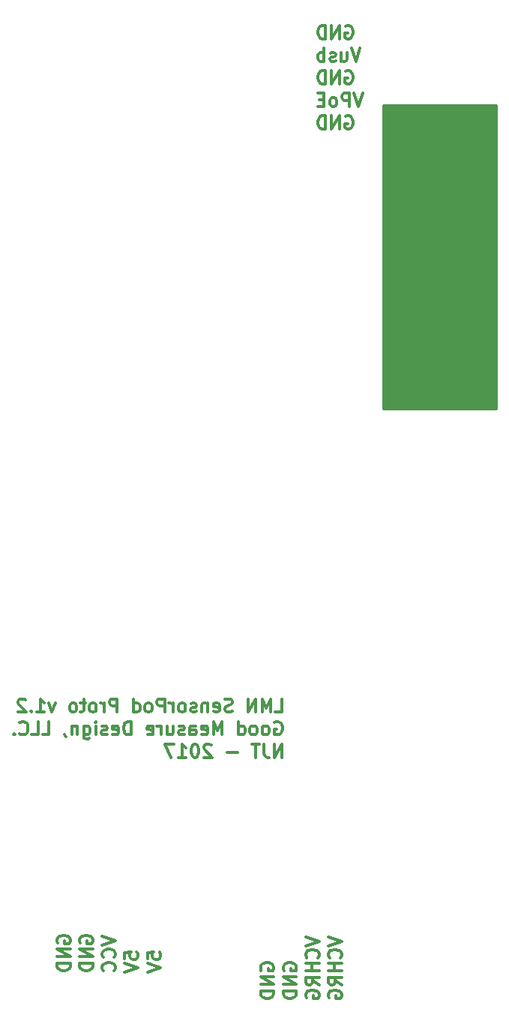
<source format=gbo>
G04 #@! TF.FileFunction,Legend,Bot*
%FSLAX46Y46*%
G04 Gerber Fmt 4.6, Leading zero omitted, Abs format (unit mm)*
G04 Created by KiCad (PCBNEW 4.0.6) date 10/30/17 03:38:26*
%MOMM*%
%LPD*%
G01*
G04 APERTURE LIST*
%ADD10C,0.100000*%
%ADD11C,0.300000*%
%ADD12C,0.254000*%
%ADD13R,1.700000X1.700000*%
%ADD14O,1.700000X1.700000*%
%ADD15C,1.400000*%
%ADD16O,1.400000X1.400000*%
%ADD17R,1.600000X1.600000*%
%ADD18O,1.600000X1.600000*%
%ADD19R,1.727200X2.032000*%
%ADD20O,1.727200X2.032000*%
%ADD21C,3.000000*%
%ADD22C,1.700000*%
%ADD23C,4.000000*%
%ADD24C,1.050000*%
%ADD25C,1.300000*%
%ADD26C,1.020000*%
%ADD27C,3.200000*%
%ADD28C,1.600000*%
G04 APERTURE END LIST*
D10*
D11*
X38335000Y8218572D02*
X38263571Y8361429D01*
X38263571Y8575715D01*
X38335000Y8790000D01*
X38477857Y8932858D01*
X38620714Y9004286D01*
X38906429Y9075715D01*
X39120714Y9075715D01*
X39406429Y9004286D01*
X39549286Y8932858D01*
X39692143Y8790000D01*
X39763571Y8575715D01*
X39763571Y8432858D01*
X39692143Y8218572D01*
X39620714Y8147143D01*
X39120714Y8147143D01*
X39120714Y8432858D01*
X39763571Y7504286D02*
X38263571Y7504286D01*
X39763571Y6647143D01*
X38263571Y6647143D01*
X39763571Y5932857D02*
X38263571Y5932857D01*
X38263571Y5575714D01*
X38335000Y5361429D01*
X38477857Y5218571D01*
X38620714Y5147143D01*
X38906429Y5075714D01*
X39120714Y5075714D01*
X39406429Y5147143D01*
X39549286Y5218571D01*
X39692143Y5361429D01*
X39763571Y5575714D01*
X39763571Y5932857D01*
X40885000Y8218572D02*
X40813571Y8361429D01*
X40813571Y8575715D01*
X40885000Y8790000D01*
X41027857Y8932858D01*
X41170714Y9004286D01*
X41456429Y9075715D01*
X41670714Y9075715D01*
X41956429Y9004286D01*
X42099286Y8932858D01*
X42242143Y8790000D01*
X42313571Y8575715D01*
X42313571Y8432858D01*
X42242143Y8218572D01*
X42170714Y8147143D01*
X41670714Y8147143D01*
X41670714Y8432858D01*
X42313571Y7504286D02*
X40813571Y7504286D01*
X42313571Y6647143D01*
X40813571Y6647143D01*
X42313571Y5932857D02*
X40813571Y5932857D01*
X40813571Y5575714D01*
X40885000Y5361429D01*
X41027857Y5218571D01*
X41170714Y5147143D01*
X41456429Y5075714D01*
X41670714Y5075714D01*
X41956429Y5147143D01*
X42099286Y5218571D01*
X42242143Y5361429D01*
X42313571Y5575714D01*
X42313571Y5932857D01*
X43363571Y12004286D02*
X44863571Y11504286D01*
X43363571Y11004286D01*
X44720714Y9647143D02*
X44792143Y9718572D01*
X44863571Y9932858D01*
X44863571Y10075715D01*
X44792143Y10290000D01*
X44649286Y10432858D01*
X44506429Y10504286D01*
X44220714Y10575715D01*
X44006429Y10575715D01*
X43720714Y10504286D01*
X43577857Y10432858D01*
X43435000Y10290000D01*
X43363571Y10075715D01*
X43363571Y9932858D01*
X43435000Y9718572D01*
X43506429Y9647143D01*
X44863571Y9004286D02*
X43363571Y9004286D01*
X44077857Y9004286D02*
X44077857Y8147143D01*
X44863571Y8147143D02*
X43363571Y8147143D01*
X44863571Y6575714D02*
X44149286Y7075714D01*
X44863571Y7432857D02*
X43363571Y7432857D01*
X43363571Y6861429D01*
X43435000Y6718571D01*
X43506429Y6647143D01*
X43649286Y6575714D01*
X43863571Y6575714D01*
X44006429Y6647143D01*
X44077857Y6718571D01*
X44149286Y6861429D01*
X44149286Y7432857D01*
X43435000Y5147143D02*
X43363571Y5290000D01*
X43363571Y5504286D01*
X43435000Y5718571D01*
X43577857Y5861429D01*
X43720714Y5932857D01*
X44006429Y6004286D01*
X44220714Y6004286D01*
X44506429Y5932857D01*
X44649286Y5861429D01*
X44792143Y5718571D01*
X44863571Y5504286D01*
X44863571Y5361429D01*
X44792143Y5147143D01*
X44720714Y5075714D01*
X44220714Y5075714D01*
X44220714Y5361429D01*
X45913571Y12004286D02*
X47413571Y11504286D01*
X45913571Y11004286D01*
X47270714Y9647143D02*
X47342143Y9718572D01*
X47413571Y9932858D01*
X47413571Y10075715D01*
X47342143Y10290000D01*
X47199286Y10432858D01*
X47056429Y10504286D01*
X46770714Y10575715D01*
X46556429Y10575715D01*
X46270714Y10504286D01*
X46127857Y10432858D01*
X45985000Y10290000D01*
X45913571Y10075715D01*
X45913571Y9932858D01*
X45985000Y9718572D01*
X46056429Y9647143D01*
X47413571Y9004286D02*
X45913571Y9004286D01*
X46627857Y9004286D02*
X46627857Y8147143D01*
X47413571Y8147143D02*
X45913571Y8147143D01*
X47413571Y6575714D02*
X46699286Y7075714D01*
X47413571Y7432857D02*
X45913571Y7432857D01*
X45913571Y6861429D01*
X45985000Y6718571D01*
X46056429Y6647143D01*
X46199286Y6575714D01*
X46413571Y6575714D01*
X46556429Y6647143D01*
X46627857Y6718571D01*
X46699286Y6861429D01*
X46699286Y7432857D01*
X45985000Y5147143D02*
X45913571Y5290000D01*
X45913571Y5504286D01*
X45985000Y5718571D01*
X46127857Y5861429D01*
X46270714Y5932857D01*
X46556429Y6004286D01*
X46770714Y6004286D01*
X47056429Y5932857D01*
X47199286Y5861429D01*
X47342143Y5718571D01*
X47413571Y5504286D01*
X47413571Y5361429D01*
X47342143Y5147143D01*
X47270714Y5075714D01*
X46770714Y5075714D01*
X46770714Y5361429D01*
X47868572Y114800000D02*
X48011429Y114871429D01*
X48225715Y114871429D01*
X48440000Y114800000D01*
X48582858Y114657143D01*
X48654286Y114514286D01*
X48725715Y114228571D01*
X48725715Y114014286D01*
X48654286Y113728571D01*
X48582858Y113585714D01*
X48440000Y113442857D01*
X48225715Y113371429D01*
X48082858Y113371429D01*
X47868572Y113442857D01*
X47797143Y113514286D01*
X47797143Y114014286D01*
X48082858Y114014286D01*
X47154286Y113371429D02*
X47154286Y114871429D01*
X46297143Y113371429D01*
X46297143Y114871429D01*
X45582857Y113371429D02*
X45582857Y114871429D01*
X45225714Y114871429D01*
X45011429Y114800000D01*
X44868571Y114657143D01*
X44797143Y114514286D01*
X44725714Y114228571D01*
X44725714Y114014286D01*
X44797143Y113728571D01*
X44868571Y113585714D01*
X45011429Y113442857D01*
X45225714Y113371429D01*
X45582857Y113371429D01*
X49511429Y112321429D02*
X49011429Y110821429D01*
X48511429Y112321429D01*
X47368572Y111821429D02*
X47368572Y110821429D01*
X48011429Y111821429D02*
X48011429Y111035714D01*
X47940001Y110892857D01*
X47797143Y110821429D01*
X47582858Y110821429D01*
X47440001Y110892857D01*
X47368572Y110964286D01*
X46725715Y110892857D02*
X46582858Y110821429D01*
X46297143Y110821429D01*
X46154286Y110892857D01*
X46082858Y111035714D01*
X46082858Y111107143D01*
X46154286Y111250000D01*
X46297143Y111321429D01*
X46511429Y111321429D01*
X46654286Y111392857D01*
X46725715Y111535714D01*
X46725715Y111607143D01*
X46654286Y111750000D01*
X46511429Y111821429D01*
X46297143Y111821429D01*
X46154286Y111750000D01*
X45440000Y110821429D02*
X45440000Y112321429D01*
X45440000Y111750000D02*
X45297143Y111821429D01*
X45011429Y111821429D01*
X44868572Y111750000D01*
X44797143Y111678571D01*
X44725714Y111535714D01*
X44725714Y111107143D01*
X44797143Y110964286D01*
X44868572Y110892857D01*
X45011429Y110821429D01*
X45297143Y110821429D01*
X45440000Y110892857D01*
X47868572Y109700000D02*
X48011429Y109771429D01*
X48225715Y109771429D01*
X48440000Y109700000D01*
X48582858Y109557143D01*
X48654286Y109414286D01*
X48725715Y109128571D01*
X48725715Y108914286D01*
X48654286Y108628571D01*
X48582858Y108485714D01*
X48440000Y108342857D01*
X48225715Y108271429D01*
X48082858Y108271429D01*
X47868572Y108342857D01*
X47797143Y108414286D01*
X47797143Y108914286D01*
X48082858Y108914286D01*
X47154286Y108271429D02*
X47154286Y109771429D01*
X46297143Y108271429D01*
X46297143Y109771429D01*
X45582857Y108271429D02*
X45582857Y109771429D01*
X45225714Y109771429D01*
X45011429Y109700000D01*
X44868571Y109557143D01*
X44797143Y109414286D01*
X44725714Y109128571D01*
X44725714Y108914286D01*
X44797143Y108628571D01*
X44868571Y108485714D01*
X45011429Y108342857D01*
X45225714Y108271429D01*
X45582857Y108271429D01*
X49797143Y107221429D02*
X49297143Y105721429D01*
X48797143Y107221429D01*
X48297143Y105721429D02*
X48297143Y107221429D01*
X47725715Y107221429D01*
X47582857Y107150000D01*
X47511429Y107078571D01*
X47440000Y106935714D01*
X47440000Y106721429D01*
X47511429Y106578571D01*
X47582857Y106507143D01*
X47725715Y106435714D01*
X48297143Y106435714D01*
X46582857Y105721429D02*
X46725715Y105792857D01*
X46797143Y105864286D01*
X46868572Y106007143D01*
X46868572Y106435714D01*
X46797143Y106578571D01*
X46725715Y106650000D01*
X46582857Y106721429D01*
X46368572Y106721429D01*
X46225715Y106650000D01*
X46154286Y106578571D01*
X46082857Y106435714D01*
X46082857Y106007143D01*
X46154286Y105864286D01*
X46225715Y105792857D01*
X46368572Y105721429D01*
X46582857Y105721429D01*
X45440000Y106507143D02*
X44940000Y106507143D01*
X44725714Y105721429D02*
X45440000Y105721429D01*
X45440000Y107221429D01*
X44725714Y107221429D01*
X47868572Y104600000D02*
X48011429Y104671429D01*
X48225715Y104671429D01*
X48440000Y104600000D01*
X48582858Y104457143D01*
X48654286Y104314286D01*
X48725715Y104028571D01*
X48725715Y103814286D01*
X48654286Y103528571D01*
X48582858Y103385714D01*
X48440000Y103242857D01*
X48225715Y103171429D01*
X48082858Y103171429D01*
X47868572Y103242857D01*
X47797143Y103314286D01*
X47797143Y103814286D01*
X48082858Y103814286D01*
X47154286Y103171429D02*
X47154286Y104671429D01*
X46297143Y103171429D01*
X46297143Y104671429D01*
X45582857Y103171429D02*
X45582857Y104671429D01*
X45225714Y104671429D01*
X45011429Y104600000D01*
X44868571Y104457143D01*
X44797143Y104314286D01*
X44725714Y104028571D01*
X44725714Y103814286D01*
X44797143Y103528571D01*
X44868571Y103385714D01*
X45011429Y103242857D01*
X45225714Y103171429D01*
X45582857Y103171429D01*
X15350000Y11328572D02*
X15278571Y11471429D01*
X15278571Y11685715D01*
X15350000Y11900000D01*
X15492857Y12042858D01*
X15635714Y12114286D01*
X15921429Y12185715D01*
X16135714Y12185715D01*
X16421429Y12114286D01*
X16564286Y12042858D01*
X16707143Y11900000D01*
X16778571Y11685715D01*
X16778571Y11542858D01*
X16707143Y11328572D01*
X16635714Y11257143D01*
X16135714Y11257143D01*
X16135714Y11542858D01*
X16778571Y10614286D02*
X15278571Y10614286D01*
X16778571Y9757143D01*
X15278571Y9757143D01*
X16778571Y9042857D02*
X15278571Y9042857D01*
X15278571Y8685714D01*
X15350000Y8471429D01*
X15492857Y8328571D01*
X15635714Y8257143D01*
X15921429Y8185714D01*
X16135714Y8185714D01*
X16421429Y8257143D01*
X16564286Y8328571D01*
X16707143Y8471429D01*
X16778571Y8685714D01*
X16778571Y9042857D01*
X17900000Y11328572D02*
X17828571Y11471429D01*
X17828571Y11685715D01*
X17900000Y11900000D01*
X18042857Y12042858D01*
X18185714Y12114286D01*
X18471429Y12185715D01*
X18685714Y12185715D01*
X18971429Y12114286D01*
X19114286Y12042858D01*
X19257143Y11900000D01*
X19328571Y11685715D01*
X19328571Y11542858D01*
X19257143Y11328572D01*
X19185714Y11257143D01*
X18685714Y11257143D01*
X18685714Y11542858D01*
X19328571Y10614286D02*
X17828571Y10614286D01*
X19328571Y9757143D01*
X17828571Y9757143D01*
X19328571Y9042857D02*
X17828571Y9042857D01*
X17828571Y8685714D01*
X17900000Y8471429D01*
X18042857Y8328571D01*
X18185714Y8257143D01*
X18471429Y8185714D01*
X18685714Y8185714D01*
X18971429Y8257143D01*
X19114286Y8328571D01*
X19257143Y8471429D01*
X19328571Y8685714D01*
X19328571Y9042857D01*
X20378571Y12042857D02*
X21878571Y11542857D01*
X20378571Y11042857D01*
X21735714Y9685714D02*
X21807143Y9757143D01*
X21878571Y9971429D01*
X21878571Y10114286D01*
X21807143Y10328571D01*
X21664286Y10471429D01*
X21521429Y10542857D01*
X21235714Y10614286D01*
X21021429Y10614286D01*
X20735714Y10542857D01*
X20592857Y10471429D01*
X20450000Y10328571D01*
X20378571Y10114286D01*
X20378571Y9971429D01*
X20450000Y9757143D01*
X20521429Y9685714D01*
X21735714Y8185714D02*
X21807143Y8257143D01*
X21878571Y8471429D01*
X21878571Y8614286D01*
X21807143Y8828571D01*
X21664286Y8971429D01*
X21521429Y9042857D01*
X21235714Y9114286D01*
X21021429Y9114286D01*
X20735714Y9042857D01*
X20592857Y8971429D01*
X20450000Y8828571D01*
X20378571Y8614286D01*
X20378571Y8471429D01*
X20450000Y8257143D01*
X20521429Y8185714D01*
X22928571Y9542856D02*
X22928571Y10257142D01*
X23642857Y10328571D01*
X23571429Y10257142D01*
X23500000Y10114285D01*
X23500000Y9757142D01*
X23571429Y9614285D01*
X23642857Y9542856D01*
X23785714Y9471428D01*
X24142857Y9471428D01*
X24285714Y9542856D01*
X24357143Y9614285D01*
X24428571Y9757142D01*
X24428571Y10114285D01*
X24357143Y10257142D01*
X24285714Y10328571D01*
X22928571Y9042857D02*
X24428571Y8542857D01*
X22928571Y8042857D01*
X25478571Y9542856D02*
X25478571Y10257142D01*
X26192857Y10328571D01*
X26121429Y10257142D01*
X26050000Y10114285D01*
X26050000Y9757142D01*
X26121429Y9614285D01*
X26192857Y9542856D01*
X26335714Y9471428D01*
X26692857Y9471428D01*
X26835714Y9542856D01*
X26907143Y9614285D01*
X26978571Y9757142D01*
X26978571Y10114285D01*
X26907143Y10257142D01*
X26835714Y10328571D01*
X25478571Y9042857D02*
X26978571Y8542857D01*
X25478571Y8042857D01*
X39928571Y37371429D02*
X40642857Y37371429D01*
X40642857Y38871429D01*
X39428571Y37371429D02*
X39428571Y38871429D01*
X38928571Y37800000D01*
X38428571Y38871429D01*
X38428571Y37371429D01*
X37714285Y37371429D02*
X37714285Y38871429D01*
X36857142Y37371429D01*
X36857142Y38871429D01*
X35071428Y37442857D02*
X34857142Y37371429D01*
X34499999Y37371429D01*
X34357142Y37442857D01*
X34285713Y37514286D01*
X34214285Y37657143D01*
X34214285Y37800000D01*
X34285713Y37942857D01*
X34357142Y38014286D01*
X34499999Y38085714D01*
X34785713Y38157143D01*
X34928571Y38228571D01*
X34999999Y38300000D01*
X35071428Y38442857D01*
X35071428Y38585714D01*
X34999999Y38728571D01*
X34928571Y38800000D01*
X34785713Y38871429D01*
X34428571Y38871429D01*
X34214285Y38800000D01*
X33000000Y37442857D02*
X33142857Y37371429D01*
X33428571Y37371429D01*
X33571428Y37442857D01*
X33642857Y37585714D01*
X33642857Y38157143D01*
X33571428Y38300000D01*
X33428571Y38371429D01*
X33142857Y38371429D01*
X33000000Y38300000D01*
X32928571Y38157143D01*
X32928571Y38014286D01*
X33642857Y37871429D01*
X32285714Y38371429D02*
X32285714Y37371429D01*
X32285714Y38228571D02*
X32214286Y38300000D01*
X32071428Y38371429D01*
X31857143Y38371429D01*
X31714286Y38300000D01*
X31642857Y38157143D01*
X31642857Y37371429D01*
X31000000Y37442857D02*
X30857143Y37371429D01*
X30571428Y37371429D01*
X30428571Y37442857D01*
X30357143Y37585714D01*
X30357143Y37657143D01*
X30428571Y37800000D01*
X30571428Y37871429D01*
X30785714Y37871429D01*
X30928571Y37942857D01*
X31000000Y38085714D01*
X31000000Y38157143D01*
X30928571Y38300000D01*
X30785714Y38371429D01*
X30571428Y38371429D01*
X30428571Y38300000D01*
X29499999Y37371429D02*
X29642857Y37442857D01*
X29714285Y37514286D01*
X29785714Y37657143D01*
X29785714Y38085714D01*
X29714285Y38228571D01*
X29642857Y38300000D01*
X29499999Y38371429D01*
X29285714Y38371429D01*
X29142857Y38300000D01*
X29071428Y38228571D01*
X28999999Y38085714D01*
X28999999Y37657143D01*
X29071428Y37514286D01*
X29142857Y37442857D01*
X29285714Y37371429D01*
X29499999Y37371429D01*
X28357142Y37371429D02*
X28357142Y38371429D01*
X28357142Y38085714D02*
X28285714Y38228571D01*
X28214285Y38300000D01*
X28071428Y38371429D01*
X27928571Y38371429D01*
X27428571Y37371429D02*
X27428571Y38871429D01*
X26857143Y38871429D01*
X26714285Y38800000D01*
X26642857Y38728571D01*
X26571428Y38585714D01*
X26571428Y38371429D01*
X26642857Y38228571D01*
X26714285Y38157143D01*
X26857143Y38085714D01*
X27428571Y38085714D01*
X25714285Y37371429D02*
X25857143Y37442857D01*
X25928571Y37514286D01*
X26000000Y37657143D01*
X26000000Y38085714D01*
X25928571Y38228571D01*
X25857143Y38300000D01*
X25714285Y38371429D01*
X25500000Y38371429D01*
X25357143Y38300000D01*
X25285714Y38228571D01*
X25214285Y38085714D01*
X25214285Y37657143D01*
X25285714Y37514286D01*
X25357143Y37442857D01*
X25500000Y37371429D01*
X25714285Y37371429D01*
X23928571Y37371429D02*
X23928571Y38871429D01*
X23928571Y37442857D02*
X24071428Y37371429D01*
X24357142Y37371429D01*
X24500000Y37442857D01*
X24571428Y37514286D01*
X24642857Y37657143D01*
X24642857Y38085714D01*
X24571428Y38228571D01*
X24500000Y38300000D01*
X24357142Y38371429D01*
X24071428Y38371429D01*
X23928571Y38300000D01*
X22071428Y37371429D02*
X22071428Y38871429D01*
X21500000Y38871429D01*
X21357142Y38800000D01*
X21285714Y38728571D01*
X21214285Y38585714D01*
X21214285Y38371429D01*
X21285714Y38228571D01*
X21357142Y38157143D01*
X21500000Y38085714D01*
X22071428Y38085714D01*
X20571428Y37371429D02*
X20571428Y38371429D01*
X20571428Y38085714D02*
X20500000Y38228571D01*
X20428571Y38300000D01*
X20285714Y38371429D01*
X20142857Y38371429D01*
X19428571Y37371429D02*
X19571429Y37442857D01*
X19642857Y37514286D01*
X19714286Y37657143D01*
X19714286Y38085714D01*
X19642857Y38228571D01*
X19571429Y38300000D01*
X19428571Y38371429D01*
X19214286Y38371429D01*
X19071429Y38300000D01*
X19000000Y38228571D01*
X18928571Y38085714D01*
X18928571Y37657143D01*
X19000000Y37514286D01*
X19071429Y37442857D01*
X19214286Y37371429D01*
X19428571Y37371429D01*
X18500000Y38371429D02*
X17928571Y38371429D01*
X18285714Y38871429D02*
X18285714Y37585714D01*
X18214286Y37442857D01*
X18071428Y37371429D01*
X17928571Y37371429D01*
X17214285Y37371429D02*
X17357143Y37442857D01*
X17428571Y37514286D01*
X17500000Y37657143D01*
X17500000Y38085714D01*
X17428571Y38228571D01*
X17357143Y38300000D01*
X17214285Y38371429D01*
X17000000Y38371429D01*
X16857143Y38300000D01*
X16785714Y38228571D01*
X16714285Y38085714D01*
X16714285Y37657143D01*
X16785714Y37514286D01*
X16857143Y37442857D01*
X17000000Y37371429D01*
X17214285Y37371429D01*
X15071428Y38371429D02*
X14714285Y37371429D01*
X14357143Y38371429D01*
X13000000Y37371429D02*
X13857143Y37371429D01*
X13428571Y37371429D02*
X13428571Y38871429D01*
X13571428Y38657143D01*
X13714286Y38514286D01*
X13857143Y38442857D01*
X12357143Y37514286D02*
X12285715Y37442857D01*
X12357143Y37371429D01*
X12428572Y37442857D01*
X12357143Y37514286D01*
X12357143Y37371429D01*
X11714286Y38728571D02*
X11642857Y38800000D01*
X11500000Y38871429D01*
X11142857Y38871429D01*
X11000000Y38800000D01*
X10928571Y38728571D01*
X10857143Y38585714D01*
X10857143Y38442857D01*
X10928571Y38228571D01*
X11785714Y37371429D01*
X10857143Y37371429D01*
X39857143Y36250000D02*
X40000000Y36321429D01*
X40214286Y36321429D01*
X40428571Y36250000D01*
X40571429Y36107143D01*
X40642857Y35964286D01*
X40714286Y35678571D01*
X40714286Y35464286D01*
X40642857Y35178571D01*
X40571429Y35035714D01*
X40428571Y34892857D01*
X40214286Y34821429D01*
X40071429Y34821429D01*
X39857143Y34892857D01*
X39785714Y34964286D01*
X39785714Y35464286D01*
X40071429Y35464286D01*
X38928571Y34821429D02*
X39071429Y34892857D01*
X39142857Y34964286D01*
X39214286Y35107143D01*
X39214286Y35535714D01*
X39142857Y35678571D01*
X39071429Y35750000D01*
X38928571Y35821429D01*
X38714286Y35821429D01*
X38571429Y35750000D01*
X38500000Y35678571D01*
X38428571Y35535714D01*
X38428571Y35107143D01*
X38500000Y34964286D01*
X38571429Y34892857D01*
X38714286Y34821429D01*
X38928571Y34821429D01*
X37571428Y34821429D02*
X37714286Y34892857D01*
X37785714Y34964286D01*
X37857143Y35107143D01*
X37857143Y35535714D01*
X37785714Y35678571D01*
X37714286Y35750000D01*
X37571428Y35821429D01*
X37357143Y35821429D01*
X37214286Y35750000D01*
X37142857Y35678571D01*
X37071428Y35535714D01*
X37071428Y35107143D01*
X37142857Y34964286D01*
X37214286Y34892857D01*
X37357143Y34821429D01*
X37571428Y34821429D01*
X35785714Y34821429D02*
X35785714Y36321429D01*
X35785714Y34892857D02*
X35928571Y34821429D01*
X36214285Y34821429D01*
X36357143Y34892857D01*
X36428571Y34964286D01*
X36500000Y35107143D01*
X36500000Y35535714D01*
X36428571Y35678571D01*
X36357143Y35750000D01*
X36214285Y35821429D01*
X35928571Y35821429D01*
X35785714Y35750000D01*
X33928571Y34821429D02*
X33928571Y36321429D01*
X33428571Y35250000D01*
X32928571Y36321429D01*
X32928571Y34821429D01*
X31642857Y34892857D02*
X31785714Y34821429D01*
X32071428Y34821429D01*
X32214285Y34892857D01*
X32285714Y35035714D01*
X32285714Y35607143D01*
X32214285Y35750000D01*
X32071428Y35821429D01*
X31785714Y35821429D01*
X31642857Y35750000D01*
X31571428Y35607143D01*
X31571428Y35464286D01*
X32285714Y35321429D01*
X30285714Y34821429D02*
X30285714Y35607143D01*
X30357143Y35750000D01*
X30500000Y35821429D01*
X30785714Y35821429D01*
X30928571Y35750000D01*
X30285714Y34892857D02*
X30428571Y34821429D01*
X30785714Y34821429D01*
X30928571Y34892857D01*
X31000000Y35035714D01*
X31000000Y35178571D01*
X30928571Y35321429D01*
X30785714Y35392857D01*
X30428571Y35392857D01*
X30285714Y35464286D01*
X29642857Y34892857D02*
X29500000Y34821429D01*
X29214285Y34821429D01*
X29071428Y34892857D01*
X29000000Y35035714D01*
X29000000Y35107143D01*
X29071428Y35250000D01*
X29214285Y35321429D01*
X29428571Y35321429D01*
X29571428Y35392857D01*
X29642857Y35535714D01*
X29642857Y35607143D01*
X29571428Y35750000D01*
X29428571Y35821429D01*
X29214285Y35821429D01*
X29071428Y35750000D01*
X27714285Y35821429D02*
X27714285Y34821429D01*
X28357142Y35821429D02*
X28357142Y35035714D01*
X28285714Y34892857D01*
X28142856Y34821429D01*
X27928571Y34821429D01*
X27785714Y34892857D01*
X27714285Y34964286D01*
X26999999Y34821429D02*
X26999999Y35821429D01*
X26999999Y35535714D02*
X26928571Y35678571D01*
X26857142Y35750000D01*
X26714285Y35821429D01*
X26571428Y35821429D01*
X25500000Y34892857D02*
X25642857Y34821429D01*
X25928571Y34821429D01*
X26071428Y34892857D01*
X26142857Y35035714D01*
X26142857Y35607143D01*
X26071428Y35750000D01*
X25928571Y35821429D01*
X25642857Y35821429D01*
X25500000Y35750000D01*
X25428571Y35607143D01*
X25428571Y35464286D01*
X26142857Y35321429D01*
X23642857Y34821429D02*
X23642857Y36321429D01*
X23285714Y36321429D01*
X23071429Y36250000D01*
X22928571Y36107143D01*
X22857143Y35964286D01*
X22785714Y35678571D01*
X22785714Y35464286D01*
X22857143Y35178571D01*
X22928571Y35035714D01*
X23071429Y34892857D01*
X23285714Y34821429D01*
X23642857Y34821429D01*
X21571429Y34892857D02*
X21714286Y34821429D01*
X22000000Y34821429D01*
X22142857Y34892857D01*
X22214286Y35035714D01*
X22214286Y35607143D01*
X22142857Y35750000D01*
X22000000Y35821429D01*
X21714286Y35821429D01*
X21571429Y35750000D01*
X21500000Y35607143D01*
X21500000Y35464286D01*
X22214286Y35321429D01*
X20928572Y34892857D02*
X20785715Y34821429D01*
X20500000Y34821429D01*
X20357143Y34892857D01*
X20285715Y35035714D01*
X20285715Y35107143D01*
X20357143Y35250000D01*
X20500000Y35321429D01*
X20714286Y35321429D01*
X20857143Y35392857D01*
X20928572Y35535714D01*
X20928572Y35607143D01*
X20857143Y35750000D01*
X20714286Y35821429D01*
X20500000Y35821429D01*
X20357143Y35750000D01*
X19642857Y34821429D02*
X19642857Y35821429D01*
X19642857Y36321429D02*
X19714286Y36250000D01*
X19642857Y36178571D01*
X19571429Y36250000D01*
X19642857Y36321429D01*
X19642857Y36178571D01*
X18285714Y35821429D02*
X18285714Y34607143D01*
X18357143Y34464286D01*
X18428571Y34392857D01*
X18571428Y34321429D01*
X18785714Y34321429D01*
X18928571Y34392857D01*
X18285714Y34892857D02*
X18428571Y34821429D01*
X18714285Y34821429D01*
X18857143Y34892857D01*
X18928571Y34964286D01*
X19000000Y35107143D01*
X19000000Y35535714D01*
X18928571Y35678571D01*
X18857143Y35750000D01*
X18714285Y35821429D01*
X18428571Y35821429D01*
X18285714Y35750000D01*
X17571428Y35821429D02*
X17571428Y34821429D01*
X17571428Y35678571D02*
X17500000Y35750000D01*
X17357142Y35821429D01*
X17142857Y35821429D01*
X17000000Y35750000D01*
X16928571Y35607143D01*
X16928571Y34821429D01*
X16142857Y34892857D02*
X16142857Y34821429D01*
X16214285Y34678571D01*
X16285714Y34607143D01*
X13642856Y34821429D02*
X14357142Y34821429D01*
X14357142Y36321429D01*
X12428570Y34821429D02*
X13142856Y34821429D01*
X13142856Y36321429D01*
X11071427Y34964286D02*
X11142856Y34892857D01*
X11357142Y34821429D01*
X11499999Y34821429D01*
X11714284Y34892857D01*
X11857142Y35035714D01*
X11928570Y35178571D01*
X11999999Y35464286D01*
X11999999Y35678571D01*
X11928570Y35964286D01*
X11857142Y36107143D01*
X11714284Y36250000D01*
X11499999Y36321429D01*
X11357142Y36321429D01*
X11142856Y36250000D01*
X11071427Y36178571D01*
X10428570Y34964286D02*
X10357142Y34892857D01*
X10428570Y34821429D01*
X10499999Y34892857D01*
X10428570Y34964286D01*
X10428570Y34821429D01*
X40642857Y32271429D02*
X40642857Y33771429D01*
X39785714Y32271429D01*
X39785714Y33771429D01*
X38642857Y33771429D02*
X38642857Y32700000D01*
X38714285Y32485714D01*
X38857142Y32342857D01*
X39071428Y32271429D01*
X39214285Y32271429D01*
X38142857Y33771429D02*
X37285714Y33771429D01*
X37714285Y32271429D02*
X37714285Y33771429D01*
X35642857Y32842857D02*
X34500000Y32842857D01*
X32714286Y33628571D02*
X32642857Y33700000D01*
X32500000Y33771429D01*
X32142857Y33771429D01*
X32000000Y33700000D01*
X31928571Y33628571D01*
X31857143Y33485714D01*
X31857143Y33342857D01*
X31928571Y33128571D01*
X32785714Y32271429D01*
X31857143Y32271429D01*
X30928572Y33771429D02*
X30785715Y33771429D01*
X30642858Y33700000D01*
X30571429Y33628571D01*
X30500000Y33485714D01*
X30428572Y33200000D01*
X30428572Y32842857D01*
X30500000Y32557143D01*
X30571429Y32414286D01*
X30642858Y32342857D01*
X30785715Y32271429D01*
X30928572Y32271429D01*
X31071429Y32342857D01*
X31142858Y32414286D01*
X31214286Y32557143D01*
X31285715Y32842857D01*
X31285715Y33200000D01*
X31214286Y33485714D01*
X31142858Y33628571D01*
X31071429Y33700000D01*
X30928572Y33771429D01*
X29000001Y32271429D02*
X29857144Y32271429D01*
X29428572Y32271429D02*
X29428572Y33771429D01*
X29571429Y33557143D01*
X29714287Y33414286D01*
X29857144Y33342857D01*
X28500001Y33771429D02*
X27500001Y33771429D01*
X28142858Y32271429D01*
D12*
G36*
X64873000Y71627000D02*
X52127000Y71627000D01*
X52127000Y105873000D01*
X64873000Y105873000D01*
X64873000Y71627000D01*
X64873000Y71627000D01*
G37*
X64873000Y71627000D02*
X52127000Y71627000D01*
X52127000Y105873000D01*
X64873000Y105873000D01*
X64873000Y71627000D01*
%LPC*%
D13*
X79000000Y30250000D03*
D14*
X81540000Y30250000D03*
X84080000Y30250000D03*
X86620000Y30250000D03*
X89160000Y30250000D03*
D13*
X87250000Y26000000D03*
D14*
X84710000Y26000000D03*
D15*
X44500000Y44250000D03*
D16*
X44500000Y46790000D03*
D17*
X89625000Y37125000D03*
D18*
X82005000Y44745000D03*
X89625000Y39665000D03*
X82005000Y42205000D03*
X89625000Y42205000D03*
X82005000Y39665000D03*
X89625000Y44745000D03*
X82005000Y37125000D03*
D19*
X16000000Y6000000D03*
D20*
X18540000Y6000000D03*
X21080000Y6000000D03*
X23620000Y6000000D03*
X26160000Y6000000D03*
D19*
X16000000Y2000000D03*
D20*
X18540000Y2000000D03*
X21080000Y2000000D03*
X23620000Y2000000D03*
X26160000Y2000000D03*
D13*
X72750000Y89500000D03*
D14*
X72750000Y92040000D03*
D13*
X43000000Y66000000D03*
D14*
X43000000Y68540000D03*
D13*
X45000000Y40750000D03*
D14*
X42460000Y40750000D03*
D13*
X58930000Y40860000D03*
D14*
X58930000Y38320000D03*
X58930000Y35780000D03*
D13*
X35050000Y61950000D03*
D14*
X32510000Y61950000D03*
X29970000Y61950000D03*
X27430000Y61950000D03*
X24890000Y61950000D03*
D13*
X2750000Y46750000D03*
D14*
X2750000Y49290000D03*
X2750000Y51830000D03*
D13*
X20400000Y114800000D03*
D14*
X20400000Y112260000D03*
D21*
X66500000Y67140000D03*
X49500000Y67140000D03*
X70500000Y100160000D03*
X45500000Y100160000D03*
D13*
X46570000Y95000000D03*
D22*
X49110000Y95000000D03*
X46570000Y92460000D03*
X49110000Y92460000D03*
X46570000Y89920000D03*
X49110000Y89920000D03*
X46570000Y87380000D03*
X49110000Y87380000D03*
X46570000Y84840000D03*
X49110000Y84840000D03*
X46570000Y82300000D03*
X49110000Y82300000D03*
X46570000Y79760000D03*
X49110000Y79760000D03*
X46570000Y77220000D03*
X49110000Y77220000D03*
X46570000Y74680000D03*
X49110000Y74680000D03*
X46570000Y72140000D03*
X49110000Y72140000D03*
D13*
X66890000Y95000000D03*
D22*
X69430000Y95000000D03*
X66890000Y92460000D03*
X69430000Y92460000D03*
X66890000Y89920000D03*
X69430000Y89920000D03*
X66890000Y87380000D03*
X69430000Y87380000D03*
X66890000Y84840000D03*
X69430000Y84840000D03*
X66890000Y82300000D03*
X69430000Y82300000D03*
X66890000Y79760000D03*
X69430000Y79760000D03*
X66890000Y77220000D03*
X69430000Y77220000D03*
X66890000Y74680000D03*
X69430000Y74680000D03*
X66890000Y72140000D03*
X69430000Y72140000D03*
D13*
X52000000Y53500000D03*
D14*
X52000000Y56040000D03*
X52000000Y58580000D03*
D22*
X85230000Y13250000D03*
X87770000Y13250000D03*
D15*
X84625000Y48235000D03*
X86625000Y48235000D03*
X76735000Y56125000D03*
X76735000Y58125000D03*
X94515000Y56125000D03*
X94515000Y58125000D03*
D22*
X6900000Y35080000D03*
X4360000Y35080000D03*
X6900000Y32540000D03*
X4360000Y32540000D03*
X6900000Y30000000D03*
X4360000Y30000000D03*
X6900000Y27460000D03*
X4360000Y27460000D03*
X6900000Y24920000D03*
X4360000Y24920000D03*
D23*
X46500000Y30000000D03*
X9000000Y8350000D03*
X9000000Y51650000D03*
D24*
X80070000Y2160000D03*
X81340000Y2160000D03*
X82610000Y2160000D03*
X83880000Y2160000D03*
D13*
X78000000Y71000000D03*
D14*
X80540000Y71000000D03*
X83080000Y71000000D03*
X85620000Y71000000D03*
X88160000Y71000000D03*
X90700000Y71000000D03*
X93240000Y71000000D03*
D13*
X93000000Y97000000D03*
D14*
X90460000Y97000000D03*
X87920000Y97000000D03*
X85380000Y97000000D03*
X82840000Y97000000D03*
X80300000Y97000000D03*
X77760000Y97000000D03*
D25*
X75000000Y8000000D03*
X75000000Y10000000D03*
X75000000Y12000000D03*
X75000000Y14000000D03*
X75000000Y16000000D03*
X75000000Y18000000D03*
X75000000Y20000000D03*
X75000000Y22000000D03*
X75000000Y24000000D03*
X75000000Y26000000D03*
X53000000Y26000000D03*
X53000000Y24000000D03*
X53000000Y22000000D03*
X53000000Y20000000D03*
X53000000Y18000000D03*
X53000000Y16000000D03*
X53000000Y14000000D03*
X53000000Y12000000D03*
X53000000Y10000000D03*
X53000000Y8000000D03*
D22*
X13200000Y111800000D03*
X13200000Y109260000D03*
X13200000Y106720000D03*
X13200000Y104180000D03*
X13200000Y101640000D03*
D13*
X64250000Y47000000D03*
D14*
X66790000Y47000000D03*
X69330000Y47000000D03*
X71870000Y47000000D03*
D21*
X68060000Y58000000D03*
D26*
X32135000Y98890000D03*
X30865000Y98890000D03*
X30865000Y98890000D03*
X32135000Y98890000D03*
X32135000Y98890000D03*
X30865000Y98890000D03*
X30865000Y98890000D03*
X32135000Y98890000D03*
D22*
X23880000Y114130000D03*
X23880000Y111590000D03*
X23880000Y109050000D03*
X23880000Y106510000D03*
X23880000Y103970000D03*
X23880000Y101430000D03*
X23880000Y98890000D03*
X23880000Y96350000D03*
X23880000Y93810000D03*
X23880000Y91270000D03*
X23880000Y88730000D03*
X23880000Y86190000D03*
X23880000Y83650000D03*
X23880000Y81110000D03*
X23880000Y78570000D03*
X23880000Y76030000D03*
X23880000Y73490000D03*
X23880000Y70950000D03*
X23880000Y68410000D03*
X23880000Y65870000D03*
X28960000Y65870000D03*
X31500000Y65870000D03*
X34040000Y65870000D03*
X31500000Y81110000D03*
X34040000Y81110000D03*
X31500000Y78570000D03*
X34040000Y78570000D03*
X31500000Y76030000D03*
X34040000Y76030000D03*
X28960000Y73490000D03*
X31500000Y73490000D03*
X34040000Y73490000D03*
X39120000Y65870000D03*
X39120000Y68410000D03*
X39120000Y70950000D03*
X39120000Y73490000D03*
X39120000Y76030000D03*
X39120000Y78570000D03*
X39120000Y81110000D03*
X39120000Y83650000D03*
X39120000Y86190000D03*
X39120000Y88730000D03*
X39120000Y91270000D03*
X39120000Y93810000D03*
X39120000Y96350000D03*
X39120000Y98890000D03*
X39120000Y101430000D03*
X39120000Y103970000D03*
X39120000Y106510000D03*
X39120000Y109050000D03*
X39120000Y111590000D03*
X39120000Y114130000D03*
D13*
X39090000Y2920000D03*
D14*
X41630000Y2920000D03*
X44170000Y2920000D03*
X46710000Y2920000D03*
D13*
X63240000Y22200000D03*
D14*
X63240000Y19660000D03*
X63240000Y17120000D03*
X63240000Y14580000D03*
X63240000Y12040000D03*
D13*
X42910000Y114120000D03*
D14*
X42910000Y111580000D03*
X42910000Y109040000D03*
X42910000Y106500000D03*
X42910000Y103960000D03*
D27*
X3000000Y3000000D03*
X94000000Y114000000D03*
X51760000Y111880000D03*
X50000000Y46000000D03*
X3000000Y114000000D03*
X94000000Y3000000D03*
D17*
X66790000Y39870000D03*
D28*
X68790000Y39870000D03*
D17*
X36350000Y8600000D03*
D28*
X36350000Y10600000D03*
D13*
X43010000Y77110000D03*
D14*
X43010000Y79650000D03*
X43010000Y82190000D03*
X43010000Y84730000D03*
X43010000Y87270000D03*
X43010000Y89810000D03*
X43010000Y92350000D03*
D13*
X64410000Y109980000D03*
D14*
X61870000Y109980000D03*
X59330000Y109980000D03*
M02*

</source>
